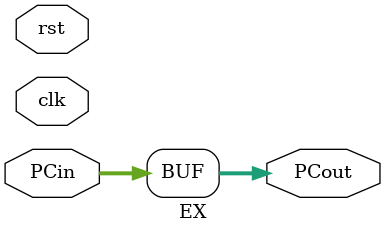
<source format=v>
module EX (clk, rst, PCin, PCout);
input clk;
input rst;
input [31:0] PCin;
output [31:0] PCout;

	assign PCout = PCin;

endmodule

</source>
